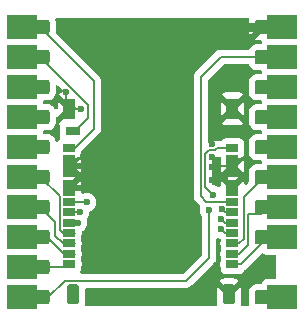
<source format=gtl>
G04 #@! TF.GenerationSoftware,KiCad,Pcbnew,9.0.1+1*
G04 #@! TF.CreationDate,2025-11-11T08:29:41+00:00*
G04 #@! TF.ProjectId,sim-and-sd-card,73696d2d-616e-4642-9d73-642d63617264,rev?*
G04 #@! TF.SameCoordinates,Original*
G04 #@! TF.FileFunction,Copper,L1,Top*
G04 #@! TF.FilePolarity,Positive*
%FSLAX46Y46*%
G04 Gerber Fmt 4.6, Leading zero omitted, Abs format (unit mm)*
G04 Created by KiCad (PCBNEW 9.0.1+1) date 2025-11-11 08:29:41*
%MOMM*%
%LPD*%
G01*
G04 APERTURE LIST*
G04 #@! TA.AperFunction,SMDPad,CuDef*
%ADD10R,1.000000X1.340000*%
G04 #@! TD*
G04 #@! TA.AperFunction,SMDPad,CuDef*
%ADD11R,1.000000X1.940000*%
G04 #@! TD*
G04 #@! TA.AperFunction,SMDPad,CuDef*
%ADD12R,1.000000X1.800000*%
G04 #@! TD*
G04 #@! TA.AperFunction,SMDPad,CuDef*
%ADD13R,1.000000X1.350000*%
G04 #@! TD*
G04 #@! TA.AperFunction,SMDPad,CuDef*
%ADD14R,1.200000X0.700000*%
G04 #@! TD*
G04 #@! TA.AperFunction,SMDPad,CuDef*
%ADD15R,1.000000X0.700000*%
G04 #@! TD*
G04 #@! TA.AperFunction,CastellatedPad*
%ADD16R,2.540000X2.000000*%
G04 #@! TD*
G04 #@! TA.AperFunction,ViaPad*
%ADD17C,0.600000*%
G04 #@! TD*
G04 #@! TA.AperFunction,Conductor*
%ADD18C,0.200000*%
G04 #@! TD*
G04 #@! TA.AperFunction,Conductor*
%ADD19C,0.500000*%
G04 #@! TD*
G04 #@! TA.AperFunction,Conductor*
%ADD20C,0.750000*%
G04 #@! TD*
G04 APERTURE END LIST*
G04 #@! TA.AperFunction,ComponentPad*
G36*
G01*
X51212400Y-59415956D02*
X51212400Y-58060444D01*
G75*
G02*
X51384644Y-57888200I172244J0D01*
G01*
X52090156Y-57888200D01*
G75*
G02*
X52262400Y-58060444I0J-172244D01*
G01*
X52262400Y-59415956D01*
G75*
G02*
X52090156Y-59588200I-172244J0D01*
G01*
X51384644Y-59588200D01*
G75*
G02*
X51212400Y-59415956I0J172244D01*
G01*
G37*
G04 #@! TD.AperFunction*
D10*
X51427400Y-49688200D03*
D11*
X51427400Y-47848200D03*
D12*
X51427400Y-43038200D03*
X65237400Y-43038200D03*
D11*
X65237400Y-47848200D03*
D13*
X65237400Y-49688200D03*
G04 #@! TA.AperFunction,ComponentPad*
G36*
G01*
X65452400Y-58060444D02*
X65452400Y-59415956D01*
G75*
G02*
X65280156Y-59588200I-172244J0D01*
G01*
X64574644Y-59588200D01*
G75*
G02*
X64402400Y-59415956I0J172244D01*
G01*
X64402400Y-58060444D01*
G75*
G02*
X64574644Y-57888200I172244J0D01*
G01*
X65280156Y-57888200D01*
G75*
G02*
X65452400Y-58060444I0J-172244D01*
G01*
G37*
G04 #@! TD.AperFunction*
D14*
X51727400Y-44923200D03*
D15*
X65237400Y-56178200D03*
X65237400Y-55298200D03*
X51427400Y-55298200D03*
X51427400Y-56178200D03*
X65237400Y-52658200D03*
X65237400Y-54418200D03*
X51427400Y-54418200D03*
X51427400Y-52658200D03*
X65237400Y-46338200D03*
X65237400Y-50898200D03*
X65237400Y-51778200D03*
X65237400Y-53538200D03*
X51427400Y-53538200D03*
X51427400Y-51778200D03*
X51427400Y-50898200D03*
X51427400Y-46338200D03*
D16*
X69442800Y-58966800D03*
G04 #@! TA.AperFunction,ComponentPad*
G36*
G01*
X67117800Y-59341800D02*
X67117800Y-58591800D01*
G75*
G02*
X67367800Y-58341800I250000J0D01*
G01*
X68117800Y-58341800D01*
G75*
G02*
X68367800Y-58591800I0J-250000D01*
G01*
X68367800Y-59341800D01*
G75*
G02*
X68117800Y-59591800I-250000J0D01*
G01*
X67367800Y-59591800D01*
G75*
G02*
X67117800Y-59341800I0J250000D01*
G01*
G37*
G04 #@! TD.AperFunction*
X69442800Y-53886800D03*
G04 #@! TA.AperFunction,ComponentPad*
G36*
G01*
X67117800Y-54261800D02*
X67117800Y-53511800D01*
G75*
G02*
X67367800Y-53261800I250000J0D01*
G01*
X68117800Y-53261800D01*
G75*
G02*
X68367800Y-53511800I0J-250000D01*
G01*
X68367800Y-54261800D01*
G75*
G02*
X68117800Y-54511800I-250000J0D01*
G01*
X67367800Y-54511800D01*
G75*
G02*
X67117800Y-54261800I0J250000D01*
G01*
G37*
G04 #@! TD.AperFunction*
X69442800Y-51346800D03*
G04 #@! TA.AperFunction,ComponentPad*
G36*
G01*
X67117800Y-51721800D02*
X67117800Y-50971800D01*
G75*
G02*
X67367800Y-50721800I250000J0D01*
G01*
X68117800Y-50721800D01*
G75*
G02*
X68367800Y-50971800I0J-250000D01*
G01*
X68367800Y-51721800D01*
G75*
G02*
X68117800Y-51971800I-250000J0D01*
G01*
X67367800Y-51971800D01*
G75*
G02*
X67117800Y-51721800I0J250000D01*
G01*
G37*
G04 #@! TD.AperFunction*
X69442800Y-48806800D03*
G04 #@! TA.AperFunction,ComponentPad*
G36*
G01*
X67117800Y-49181800D02*
X67117800Y-48431800D01*
G75*
G02*
X67367800Y-48181800I250000J0D01*
G01*
X68117800Y-48181800D01*
G75*
G02*
X68367800Y-48431800I0J-250000D01*
G01*
X68367800Y-49181800D01*
G75*
G02*
X68117800Y-49431800I-250000J0D01*
G01*
X67367800Y-49431800D01*
G75*
G02*
X67117800Y-49181800I0J250000D01*
G01*
G37*
G04 #@! TD.AperFunction*
X69442800Y-46266800D03*
G04 #@! TA.AperFunction,ComponentPad*
G36*
G01*
X67117800Y-46641800D02*
X67117800Y-45891800D01*
G75*
G02*
X67367800Y-45641800I250000J0D01*
G01*
X68117800Y-45641800D01*
G75*
G02*
X68367800Y-45891800I0J-250000D01*
G01*
X68367800Y-46641800D01*
G75*
G02*
X68117800Y-46891800I-250000J0D01*
G01*
X67367800Y-46891800D01*
G75*
G02*
X67117800Y-46641800I0J250000D01*
G01*
G37*
G04 #@! TD.AperFunction*
X69442800Y-43726800D03*
G04 #@! TA.AperFunction,ComponentPad*
G36*
G01*
X67117800Y-44101800D02*
X67117800Y-43351800D01*
G75*
G02*
X67367800Y-43101800I250000J0D01*
G01*
X68117800Y-43101800D01*
G75*
G02*
X68367800Y-43351800I0J-250000D01*
G01*
X68367800Y-44101800D01*
G75*
G02*
X68117800Y-44351800I-250000J0D01*
G01*
X67367800Y-44351800D01*
G75*
G02*
X67117800Y-44101800I0J250000D01*
G01*
G37*
G04 #@! TD.AperFunction*
X69442800Y-41186800D03*
G04 #@! TA.AperFunction,ComponentPad*
G36*
G01*
X67117800Y-41561800D02*
X67117800Y-40811800D01*
G75*
G02*
X67367800Y-40561800I250000J0D01*
G01*
X68117800Y-40561800D01*
G75*
G02*
X68367800Y-40811800I0J-250000D01*
G01*
X68367800Y-41561800D01*
G75*
G02*
X68117800Y-41811800I-250000J0D01*
G01*
X67367800Y-41811800D01*
G75*
G02*
X67117800Y-41561800I0J250000D01*
G01*
G37*
G04 #@! TD.AperFunction*
X69442800Y-38646800D03*
G04 #@! TA.AperFunction,ComponentPad*
G36*
G01*
X67117800Y-39021800D02*
X67117800Y-38271800D01*
G75*
G02*
X67367800Y-38021800I250000J0D01*
G01*
X68117800Y-38021800D01*
G75*
G02*
X68367800Y-38271800I0J-250000D01*
G01*
X68367800Y-39021800D01*
G75*
G02*
X68117800Y-39271800I-250000J0D01*
G01*
X67367800Y-39271800D01*
G75*
G02*
X67117800Y-39021800I0J250000D01*
G01*
G37*
G04 #@! TD.AperFunction*
X69442800Y-36106800D03*
G04 #@! TA.AperFunction,ComponentPad*
G36*
G01*
X67117800Y-36481800D02*
X67117800Y-35731800D01*
G75*
G02*
X67367800Y-35481800I250000J0D01*
G01*
X68117800Y-35481800D01*
G75*
G02*
X68367800Y-35731800I0J-250000D01*
G01*
X68367800Y-36481800D01*
G75*
G02*
X68117800Y-36731800I-250000J0D01*
G01*
X67367800Y-36731800D01*
G75*
G02*
X67117800Y-36481800I0J250000D01*
G01*
G37*
G04 #@! TD.AperFunction*
G04 #@! TA.AperFunction,ComponentPad*
G36*
G01*
X48517800Y-59341800D02*
X48517800Y-58591800D01*
G75*
G02*
X48767800Y-58341800I250000J0D01*
G01*
X49517800Y-58341800D01*
G75*
G02*
X49767800Y-58591800I0J-250000D01*
G01*
X49767800Y-59341800D01*
G75*
G02*
X49517800Y-59591800I-250000J0D01*
G01*
X48767800Y-59591800D01*
G75*
G02*
X48517800Y-59341800I0J250000D01*
G01*
G37*
G04 #@! TD.AperFunction*
X47442800Y-58966800D03*
G04 #@! TA.AperFunction,ComponentPad*
G36*
G01*
X48517800Y-56801800D02*
X48517800Y-56051800D01*
G75*
G02*
X48767800Y-55801800I250000J0D01*
G01*
X49517800Y-55801800D01*
G75*
G02*
X49767800Y-56051800I0J-250000D01*
G01*
X49767800Y-56801800D01*
G75*
G02*
X49517800Y-57051800I-250000J0D01*
G01*
X48767800Y-57051800D01*
G75*
G02*
X48517800Y-56801800I0J250000D01*
G01*
G37*
G04 #@! TD.AperFunction*
X47442800Y-56426800D03*
G04 #@! TA.AperFunction,ComponentPad*
G36*
G01*
X48517800Y-54261800D02*
X48517800Y-53511800D01*
G75*
G02*
X48767800Y-53261800I250000J0D01*
G01*
X49517800Y-53261800D01*
G75*
G02*
X49767800Y-53511800I0J-250000D01*
G01*
X49767800Y-54261800D01*
G75*
G02*
X49517800Y-54511800I-250000J0D01*
G01*
X48767800Y-54511800D01*
G75*
G02*
X48517800Y-54261800I0J250000D01*
G01*
G37*
G04 #@! TD.AperFunction*
X47442800Y-53886800D03*
G04 #@! TA.AperFunction,ComponentPad*
G36*
G01*
X48517800Y-51721800D02*
X48517800Y-50971800D01*
G75*
G02*
X48767800Y-50721800I250000J0D01*
G01*
X49517800Y-50721800D01*
G75*
G02*
X49767800Y-50971800I0J-250000D01*
G01*
X49767800Y-51721800D01*
G75*
G02*
X49517800Y-51971800I-250000J0D01*
G01*
X48767800Y-51971800D01*
G75*
G02*
X48517800Y-51721800I0J250000D01*
G01*
G37*
G04 #@! TD.AperFunction*
X47442800Y-51346800D03*
G04 #@! TA.AperFunction,ComponentPad*
G36*
G01*
X48517800Y-49181800D02*
X48517800Y-48431800D01*
G75*
G02*
X48767800Y-48181800I250000J0D01*
G01*
X49517800Y-48181800D01*
G75*
G02*
X49767800Y-48431800I0J-250000D01*
G01*
X49767800Y-49181800D01*
G75*
G02*
X49517800Y-49431800I-250000J0D01*
G01*
X48767800Y-49431800D01*
G75*
G02*
X48517800Y-49181800I0J250000D01*
G01*
G37*
G04 #@! TD.AperFunction*
X47442800Y-48806800D03*
G04 #@! TA.AperFunction,ComponentPad*
G36*
G01*
X48517800Y-46641800D02*
X48517800Y-45891800D01*
G75*
G02*
X48767800Y-45641800I250000J0D01*
G01*
X49517800Y-45641800D01*
G75*
G02*
X49767800Y-45891800I0J-250000D01*
G01*
X49767800Y-46641800D01*
G75*
G02*
X49517800Y-46891800I-250000J0D01*
G01*
X48767800Y-46891800D01*
G75*
G02*
X48517800Y-46641800I0J250000D01*
G01*
G37*
G04 #@! TD.AperFunction*
X47442800Y-46266800D03*
G04 #@! TA.AperFunction,ComponentPad*
G36*
G01*
X48517800Y-44101800D02*
X48517800Y-43351800D01*
G75*
G02*
X48767800Y-43101800I250000J0D01*
G01*
X49517800Y-43101800D01*
G75*
G02*
X49767800Y-43351800I0J-250000D01*
G01*
X49767800Y-44101800D01*
G75*
G02*
X49517800Y-44351800I-250000J0D01*
G01*
X48767800Y-44351800D01*
G75*
G02*
X48517800Y-44101800I0J250000D01*
G01*
G37*
G04 #@! TD.AperFunction*
X47442800Y-43726800D03*
G04 #@! TA.AperFunction,ComponentPad*
G36*
G01*
X48517800Y-41561800D02*
X48517800Y-40811800D01*
G75*
G02*
X48767800Y-40561800I250000J0D01*
G01*
X49517800Y-40561800D01*
G75*
G02*
X49767800Y-40811800I0J-250000D01*
G01*
X49767800Y-41561800D01*
G75*
G02*
X49517800Y-41811800I-250000J0D01*
G01*
X48767800Y-41811800D01*
G75*
G02*
X48517800Y-41561800I0J250000D01*
G01*
G37*
G04 #@! TD.AperFunction*
X47442800Y-41186800D03*
G04 #@! TA.AperFunction,ComponentPad*
G36*
G01*
X48517800Y-39021800D02*
X48517800Y-38271800D01*
G75*
G02*
X48767800Y-38021800I250000J0D01*
G01*
X49517800Y-38021800D01*
G75*
G02*
X49767800Y-38271800I0J-250000D01*
G01*
X49767800Y-39021800D01*
G75*
G02*
X49517800Y-39271800I-250000J0D01*
G01*
X48767800Y-39271800D01*
G75*
G02*
X48517800Y-39021800I0J250000D01*
G01*
G37*
G04 #@! TD.AperFunction*
X47442800Y-38646800D03*
G04 #@! TA.AperFunction,ComponentPad*
G36*
G01*
X48517800Y-36481800D02*
X48517800Y-35731800D01*
G75*
G02*
X48767800Y-35481800I250000J0D01*
G01*
X49517800Y-35481800D01*
G75*
G02*
X49767800Y-35731800I0J-250000D01*
G01*
X49767800Y-36481800D01*
G75*
G02*
X49517800Y-36731800I-250000J0D01*
G01*
X48767800Y-36731800D01*
G75*
G02*
X48517800Y-36481800I0J250000D01*
G01*
G37*
G04 #@! TD.AperFunction*
X47442800Y-36106800D03*
D17*
X52316000Y-51778600D03*
X63593600Y-50298200D03*
X63263400Y-51600800D03*
X52138200Y-52667600D03*
X51107420Y-41633380D03*
X63472200Y-49060800D03*
X63517400Y-45987400D03*
X65117600Y-37427600D03*
X63472200Y-47945480D03*
X63472200Y-47107400D03*
X52416400Y-43015600D03*
X64279480Y-53208975D03*
X64286884Y-52345080D03*
X64336204Y-51546601D03*
X52916000Y-50940400D03*
D18*
X51877400Y-56178200D02*
X51628800Y-56426800D01*
X51628800Y-56426800D02*
X48642800Y-56426800D01*
X51877400Y-51778200D02*
X52315600Y-51778200D01*
X52315600Y-51778200D02*
X52316000Y-51778600D01*
X49649000Y-58966800D02*
X48642800Y-58966800D01*
X61314600Y-57588200D02*
X51027600Y-57588200D01*
X48633000Y-58966800D02*
X48903000Y-58966800D01*
X51027600Y-57588200D02*
X49649000Y-58966800D01*
X64787400Y-46338200D02*
X63958560Y-46338200D01*
X63236800Y-46547400D02*
X62912200Y-46872000D01*
X63263400Y-51600800D02*
X63263400Y-55639400D01*
X63263400Y-55639400D02*
X61314600Y-57588200D01*
X63958560Y-46338200D02*
X63749360Y-46547400D01*
X62912200Y-46872000D02*
X62912200Y-49616800D01*
X62912200Y-49616800D02*
X63593600Y-50298200D01*
X63749360Y-46547400D02*
X63236800Y-46547400D01*
X49572800Y-53886800D02*
X48642800Y-53886800D01*
X50984200Y-55298200D02*
X49572800Y-53886800D01*
X51877400Y-55298200D02*
X50984200Y-55298200D01*
X51392200Y-52658200D02*
X51300000Y-52566000D01*
X51877400Y-52658200D02*
X51392200Y-52658200D01*
X52128800Y-52658200D02*
X52138200Y-52667600D01*
X51877400Y-52658200D02*
X52128800Y-52658200D01*
D19*
X51877400Y-49688200D02*
X52918000Y-49688200D01*
D18*
X64787400Y-47848200D02*
X63569480Y-47848200D01*
D19*
X53027200Y-47841600D02*
X53020600Y-47848200D01*
D18*
X63569480Y-47848200D02*
X63472200Y-47945480D01*
X64787400Y-47848200D02*
X64213000Y-47848200D01*
D19*
X51877400Y-47848200D02*
X53020600Y-47848200D01*
D20*
X65117600Y-36828606D02*
X65117600Y-37427600D01*
D18*
X64787400Y-49518000D02*
X64685800Y-49416400D01*
X64330200Y-49060800D02*
X63472200Y-49060800D01*
X64787400Y-47848200D02*
X64787400Y-49688200D01*
X51877400Y-43038200D02*
X51877400Y-42983400D01*
X51877400Y-42983400D02*
X51107420Y-42213420D01*
X64685800Y-49416400D02*
X64330200Y-49060800D01*
X51877400Y-42983400D02*
X51782600Y-42888600D01*
X52393800Y-43038200D02*
X52416400Y-43015600D01*
D20*
X65839406Y-36106800D02*
X65117600Y-36828606D01*
D18*
X64787400Y-49688200D02*
X64787400Y-49518000D01*
X51107420Y-42213420D02*
X51107420Y-41633380D01*
D20*
X68233000Y-36106800D02*
X65839406Y-36106800D01*
D18*
X64213000Y-47848200D02*
X63472200Y-47107400D01*
D19*
X52918000Y-49688200D02*
X52925600Y-49695800D01*
D18*
X51877400Y-43038200D02*
X52393800Y-43038200D01*
X48912800Y-36106800D02*
X53509800Y-40703800D01*
X48642800Y-36106800D02*
X48912800Y-36106800D01*
X53509800Y-40703800D02*
X53509800Y-44705800D01*
X53509800Y-44705800D02*
X51877400Y-46338200D01*
X63018000Y-50898200D02*
X62552200Y-50432400D01*
X62552200Y-50432400D02*
X62552200Y-40348600D01*
X64254000Y-38646800D02*
X68233000Y-38646800D01*
X62552200Y-40348600D02*
X64254000Y-38646800D01*
X64787400Y-50898200D02*
X63018000Y-50898200D01*
X64787400Y-53538200D02*
X64608705Y-53538200D01*
X64608705Y-53538200D02*
X64279480Y-53208975D01*
X64787400Y-56178200D02*
X65951400Y-56178200D01*
X65951400Y-56178200D02*
X68242800Y-53886800D01*
X50612800Y-53293600D02*
X50612800Y-50446800D01*
X51877400Y-53538200D02*
X50857400Y-53538200D01*
X50857400Y-53538200D02*
X50612800Y-53293600D01*
X50612800Y-50446800D02*
X48972800Y-48806800D01*
X48972800Y-48806800D02*
X48642800Y-48806800D01*
X64787400Y-52658200D02*
X64600004Y-52658200D01*
X64600004Y-52658200D02*
X64286884Y-52345080D01*
X66190800Y-54034800D02*
X66190800Y-50519000D01*
X64787400Y-54418200D02*
X65807400Y-54418200D01*
X67903000Y-48806800D02*
X68233000Y-48806800D01*
X66190800Y-50519000D02*
X67903000Y-48806800D01*
X65807400Y-54418200D02*
X66190800Y-54034800D01*
X66590800Y-51931000D02*
X67648800Y-51931000D01*
X67648800Y-51931000D02*
X68233000Y-51346800D01*
X66590800Y-54514800D02*
X66590800Y-51931000D01*
X64787400Y-55298200D02*
X65807400Y-55298200D01*
X65807400Y-55298200D02*
X66590800Y-54514800D01*
X52976400Y-43824200D02*
X52976400Y-42710400D01*
X52976400Y-42710400D02*
X48912800Y-38646800D01*
X51877400Y-44923200D02*
X52976400Y-43824200D01*
X48912800Y-38646800D02*
X48642800Y-38646800D01*
X64787400Y-51778200D02*
X65015600Y-51778200D01*
X64593603Y-51804000D02*
X64336204Y-51546601D01*
X65015600Y-51778200D02*
X65041400Y-51804000D01*
X65041400Y-51804000D02*
X64593603Y-51804000D01*
X50857400Y-54418200D02*
X50212800Y-53773600D01*
X51877400Y-54418200D02*
X50857400Y-54418200D01*
X48912800Y-51346800D02*
X48642800Y-51346800D01*
X50212800Y-52646800D02*
X48912800Y-51346800D01*
X50212800Y-53773600D02*
X50212800Y-52646800D01*
X51877400Y-50898200D02*
X51588000Y-50898200D01*
X51877400Y-50898200D02*
X52873800Y-50898200D01*
X52873800Y-50898200D02*
X52916000Y-50940400D01*
X51588000Y-50898200D02*
X51503200Y-50813400D01*
G04 #@! TA.AperFunction,Conductor*
G36*
X64004121Y-53966335D02*
G01*
X64005547Y-53966131D01*
X64035352Y-53974308D01*
X64045983Y-53978712D01*
X64092902Y-53988045D01*
X64137091Y-53996835D01*
X64199002Y-54029220D01*
X64233576Y-54089935D01*
X64236900Y-54118452D01*
X64236900Y-54139836D01*
X64229233Y-54178380D01*
X64229926Y-54178566D01*
X64186900Y-54339143D01*
X64186900Y-54497256D01*
X64229650Y-54656807D01*
X64231020Y-54658831D01*
X64235260Y-54686041D01*
X64236865Y-54693638D01*
X64236900Y-54695129D01*
X64236901Y-54816072D01*
X64240556Y-54850081D01*
X64240679Y-54855271D01*
X64240004Y-54857788D01*
X64240004Y-54871449D01*
X64236900Y-54900322D01*
X64236900Y-55019836D01*
X64229233Y-55058380D01*
X64229926Y-55058566D01*
X64203605Y-55156800D01*
X64186900Y-55219143D01*
X64186900Y-55377257D01*
X64189591Y-55387299D01*
X64229650Y-55536807D01*
X64231020Y-55538831D01*
X64235260Y-55566041D01*
X64236865Y-55573638D01*
X64236900Y-55575129D01*
X64236901Y-55696072D01*
X64240556Y-55730081D01*
X64240679Y-55735271D01*
X64240004Y-55737788D01*
X64240004Y-55751449D01*
X64236900Y-55780322D01*
X64236900Y-55899836D01*
X64229233Y-55938380D01*
X64229926Y-55938566D01*
X64211290Y-56008117D01*
X64186900Y-56099143D01*
X64186900Y-56257257D01*
X64204231Y-56321939D01*
X64229926Y-56417834D01*
X64229232Y-56418019D01*
X64236900Y-56456562D01*
X64236900Y-56576069D01*
X64236901Y-56576076D01*
X64243308Y-56635683D01*
X64293602Y-56770528D01*
X64293606Y-56770535D01*
X64379852Y-56885744D01*
X64379855Y-56885747D01*
X64495064Y-56971993D01*
X64495071Y-56971997D01*
X64629917Y-57022291D01*
X64629916Y-57022291D01*
X64636844Y-57023035D01*
X64689527Y-57028700D01*
X65785272Y-57028699D01*
X65844883Y-57022291D01*
X65979731Y-56971996D01*
X66094946Y-56885746D01*
X66181196Y-56770531D01*
X66181197Y-56770525D01*
X66185446Y-56762748D01*
X66186961Y-56763575D01*
X66222506Y-56716087D01*
X66234822Y-56707962D01*
X66320116Y-56658720D01*
X66431920Y-56546916D01*
X66431920Y-56546914D01*
X66442128Y-56536707D01*
X66442130Y-56536704D01*
X67693090Y-55285743D01*
X67754411Y-55252260D01*
X67824103Y-55257244D01*
X67855078Y-55274158D01*
X67930468Y-55330595D01*
X67930471Y-55330597D01*
X68065317Y-55380891D01*
X68065316Y-55380891D01*
X68072244Y-55381635D01*
X68124927Y-55387300D01*
X68818300Y-55387299D01*
X68885339Y-55406983D01*
X68931094Y-55459787D01*
X68942300Y-55511299D01*
X68942300Y-57342300D01*
X68922615Y-57409339D01*
X68869811Y-57455094D01*
X68818300Y-57466300D01*
X68124929Y-57466300D01*
X68124923Y-57466301D01*
X68065316Y-57472708D01*
X67930471Y-57523002D01*
X67930464Y-57523006D01*
X67815255Y-57609252D01*
X67815252Y-57609255D01*
X67729005Y-57724465D01*
X67715514Y-57760636D01*
X67673641Y-57816569D01*
X67608176Y-57840984D01*
X67599333Y-57841300D01*
X67317799Y-57841300D01*
X67317780Y-57841301D01*
X67215003Y-57851800D01*
X67215000Y-57851801D01*
X67048468Y-57906985D01*
X67048463Y-57906987D01*
X66899142Y-57999089D01*
X66775089Y-58123142D01*
X66682987Y-58272463D01*
X66682986Y-58272466D01*
X66627801Y-58439003D01*
X66627801Y-58439004D01*
X66627800Y-58439004D01*
X66617300Y-58541783D01*
X66617300Y-59391801D01*
X66617301Y-59391819D01*
X66627800Y-59494596D01*
X66627801Y-59494599D01*
X66653879Y-59573296D01*
X66656281Y-59643124D01*
X66620549Y-59703166D01*
X66558029Y-59734359D01*
X66536173Y-59736300D01*
X66052979Y-59736300D01*
X65985940Y-59716615D01*
X65940185Y-59663811D01*
X65930241Y-59594653D01*
X65934594Y-59575409D01*
X65946244Y-59538020D01*
X65952399Y-59470283D01*
X65952399Y-58066752D01*
X65952398Y-58066751D01*
X65191856Y-58827294D01*
X65130533Y-58860779D01*
X65060841Y-58855795D01*
X65016494Y-58827294D01*
X64987400Y-58798200D01*
X64987400Y-58324648D01*
X65741228Y-57570820D01*
X65697785Y-57527377D01*
X65697780Y-57527373D01*
X65558081Y-57442923D01*
X65558074Y-57442920D01*
X65402221Y-57394355D01*
X65402223Y-57394355D01*
X65334483Y-57388200D01*
X64520305Y-57388200D01*
X64452585Y-57394353D01*
X64452578Y-57394355D01*
X64296725Y-57442920D01*
X64296718Y-57442923D01*
X64157019Y-57527373D01*
X64157014Y-57527377D01*
X64113572Y-57570820D01*
X64667754Y-58125002D01*
X64617848Y-58174909D01*
X64587400Y-58248418D01*
X64587400Y-58751752D01*
X63902400Y-58066752D01*
X63902400Y-59470294D01*
X63908553Y-59538014D01*
X63908554Y-59538018D01*
X63920206Y-59575409D01*
X63921358Y-59645269D01*
X63884557Y-59704662D01*
X63821488Y-59734730D01*
X63801821Y-59736300D01*
X52862979Y-59736300D01*
X52795940Y-59716615D01*
X52750185Y-59663811D01*
X52740241Y-59594653D01*
X52744594Y-59575409D01*
X52756244Y-59538020D01*
X52762399Y-59470283D01*
X52762399Y-58312700D01*
X52782084Y-58245661D01*
X52834887Y-58199906D01*
X52886399Y-58188700D01*
X61227931Y-58188700D01*
X61227947Y-58188701D01*
X61235543Y-58188701D01*
X61393654Y-58188701D01*
X61393657Y-58188701D01*
X61546385Y-58147777D01*
X61596504Y-58118839D01*
X61683316Y-58068720D01*
X61795120Y-57956916D01*
X61795120Y-57956914D01*
X61805328Y-57946707D01*
X61805330Y-57946704D01*
X63621906Y-56130128D01*
X63621911Y-56130124D01*
X63632114Y-56119920D01*
X63632116Y-56119920D01*
X63743920Y-56008116D01*
X63822977Y-55871184D01*
X63860146Y-55732466D01*
X63863900Y-55718458D01*
X63863900Y-55560343D01*
X63863900Y-54088869D01*
X63873145Y-54057383D01*
X63881261Y-54025592D01*
X63882939Y-54024029D01*
X63883585Y-54021830D01*
X63908379Y-54000345D01*
X63932400Y-53977983D01*
X63934656Y-53977575D01*
X63936389Y-53976075D01*
X63968865Y-53971405D01*
X64001160Y-53965580D01*
X64004121Y-53966335D01*
G37*
G04 #@! TD.AperFunction*
G04 #@! TA.AperFunction,Conductor*
G36*
X66564023Y-35345323D02*
G01*
X66592058Y-35350343D01*
X66597116Y-35355040D01*
X66603739Y-35356985D01*
X66622386Y-35378504D01*
X66643258Y-35397886D01*
X66644974Y-35404572D01*
X66649494Y-35409789D01*
X66653546Y-35437974D01*
X66660627Y-35465562D01*
X66658900Y-35475206D01*
X66659438Y-35478947D01*
X66654406Y-35500304D01*
X66628294Y-35579102D01*
X66628293Y-35579109D01*
X66617800Y-35681813D01*
X66617800Y-36531771D01*
X66617801Y-36531787D01*
X66628294Y-36634497D01*
X66683441Y-36800919D01*
X66683443Y-36800924D01*
X66687899Y-36808147D01*
X67367800Y-36128246D01*
X67367800Y-36156170D01*
X67393356Y-36251545D01*
X67442725Y-36337055D01*
X67512545Y-36406875D01*
X67598055Y-36456244D01*
X67693430Y-36481800D01*
X67721350Y-36481800D01*
X67041450Y-37161700D01*
X67048675Y-37166157D01*
X67215102Y-37221305D01*
X67215109Y-37221306D01*
X67317819Y-37231799D01*
X67599679Y-37231799D01*
X67620925Y-37238037D01*
X67643009Y-37239616D01*
X67653792Y-37247687D01*
X67666718Y-37251483D01*
X67681218Y-37268217D01*
X67698944Y-37281486D01*
X67709557Y-37300922D01*
X67712473Y-37304287D01*
X67715859Y-37312462D01*
X67723426Y-37332748D01*
X67728413Y-37402439D01*
X67723427Y-37419420D01*
X67715514Y-37440635D01*
X67673643Y-37496568D01*
X67608178Y-37520984D01*
X67599333Y-37521300D01*
X67317799Y-37521300D01*
X67317780Y-37521301D01*
X67215003Y-37531800D01*
X67215000Y-37531801D01*
X67048468Y-37586985D01*
X67048463Y-37586987D01*
X66899142Y-37679089D01*
X66775089Y-37803142D01*
X66682985Y-37952467D01*
X66680056Y-37961307D01*
X66640282Y-38018751D01*
X66575765Y-38045572D01*
X66562351Y-38046300D01*
X64340670Y-38046300D01*
X64340654Y-38046299D01*
X64333058Y-38046299D01*
X64174943Y-38046299D01*
X64098579Y-38066761D01*
X64022214Y-38087223D01*
X64022209Y-38087226D01*
X63885290Y-38166275D01*
X63885282Y-38166281D01*
X62071679Y-39979884D01*
X62052187Y-40013645D01*
X62043949Y-40027916D01*
X61992623Y-40116815D01*
X61951699Y-40269543D01*
X61951699Y-40269545D01*
X61951699Y-40437646D01*
X61951700Y-40437659D01*
X61951700Y-50345730D01*
X61951699Y-50345748D01*
X61951699Y-50511454D01*
X61951698Y-50511454D01*
X61951699Y-50511457D01*
X61992623Y-50664185D01*
X61992624Y-50664186D01*
X62008332Y-50691395D01*
X62008333Y-50691396D01*
X62071675Y-50801109D01*
X62071681Y-50801117D01*
X62477312Y-51206748D01*
X62510797Y-51268071D01*
X62505813Y-51337763D01*
X62504194Y-51341878D01*
X62493662Y-51367306D01*
X62493660Y-51367311D01*
X62462900Y-51521953D01*
X62462900Y-51679646D01*
X62493661Y-51834289D01*
X62493664Y-51834301D01*
X62554002Y-51979972D01*
X62554009Y-51979985D01*
X62642002Y-52111674D01*
X62662880Y-52178351D01*
X62662900Y-52180565D01*
X62662900Y-55339303D01*
X62643215Y-55406342D01*
X62626581Y-55426984D01*
X61102184Y-56951381D01*
X61040861Y-56984866D01*
X61014503Y-56987700D01*
X52456346Y-56987700D01*
X52389307Y-56968015D01*
X52343552Y-56915211D01*
X52333608Y-56846053D01*
X52357079Y-56789389D01*
X52358445Y-56787563D01*
X52371196Y-56770531D01*
X52421491Y-56635683D01*
X52427900Y-56576073D01*
X52427899Y-56456563D01*
X52435566Y-56418023D01*
X52434872Y-56417837D01*
X52436976Y-56409984D01*
X52477900Y-56257258D01*
X52477900Y-56099143D01*
X52436976Y-55946416D01*
X52436974Y-55946413D01*
X52435146Y-55939590D01*
X52433779Y-55937569D01*
X52429540Y-55910369D01*
X52427934Y-55902763D01*
X52427899Y-55901280D01*
X52427899Y-55780328D01*
X52424241Y-55746305D01*
X52424119Y-55741124D01*
X52424795Y-55738603D01*
X52424795Y-55724948D01*
X52427900Y-55696073D01*
X52427899Y-55576563D01*
X52435567Y-55538021D01*
X52434873Y-55537836D01*
X52436977Y-55529984D01*
X52477900Y-55377257D01*
X52477900Y-55219143D01*
X52436977Y-55066416D01*
X52436975Y-55066412D01*
X52435147Y-55059590D01*
X52433779Y-55057567D01*
X52429540Y-55030366D01*
X52427934Y-55022761D01*
X52427899Y-55021278D01*
X52427899Y-54900328D01*
X52424241Y-54866305D01*
X52424119Y-54861124D01*
X52424795Y-54858603D01*
X52424795Y-54844948D01*
X52427900Y-54816073D01*
X52427899Y-54696563D01*
X52435567Y-54658021D01*
X52434873Y-54657836D01*
X52436977Y-54649984D01*
X52477900Y-54497257D01*
X52477900Y-54339143D01*
X52436977Y-54186416D01*
X52436975Y-54186412D01*
X52435147Y-54179590D01*
X52433779Y-54177567D01*
X52429540Y-54150366D01*
X52427934Y-54142761D01*
X52427899Y-54141278D01*
X52427899Y-54020328D01*
X52424241Y-53986305D01*
X52424119Y-53981124D01*
X52424795Y-53978603D01*
X52424795Y-53964948D01*
X52427900Y-53936073D01*
X52427899Y-53816563D01*
X52435567Y-53778021D01*
X52434873Y-53777836D01*
X52436977Y-53769984D01*
X52477900Y-53617257D01*
X52477900Y-53469652D01*
X52497585Y-53402613D01*
X52533010Y-53366550D01*
X52588197Y-53329674D01*
X52648489Y-53289389D01*
X52759989Y-53177889D01*
X52847594Y-53046779D01*
X52907937Y-52901097D01*
X52938700Y-52746442D01*
X52938700Y-52588758D01*
X52938700Y-52588755D01*
X52938699Y-52588753D01*
X52927311Y-52531501D01*
X52907937Y-52434103D01*
X52905857Y-52429083D01*
X52898384Y-52359617D01*
X52929654Y-52297135D01*
X52932685Y-52293992D01*
X52937789Y-52288889D01*
X53025394Y-52157779D01*
X53085737Y-52012097D01*
X53116500Y-51857442D01*
X53116500Y-51806659D01*
X53136185Y-51739620D01*
X53188989Y-51693865D01*
X53193048Y-51692098D01*
X53295172Y-51649797D01*
X53295172Y-51649796D01*
X53295179Y-51649794D01*
X53426289Y-51562189D01*
X53537789Y-51450689D01*
X53625394Y-51319579D01*
X53685737Y-51173897D01*
X53716500Y-51019242D01*
X53716500Y-50861558D01*
X53716500Y-50861555D01*
X53716499Y-50861553D01*
X53685738Y-50706910D01*
X53685737Y-50706903D01*
X53679314Y-50691396D01*
X53625397Y-50561227D01*
X53625390Y-50561214D01*
X53537789Y-50430111D01*
X53537786Y-50430107D01*
X53426292Y-50318613D01*
X53426288Y-50318610D01*
X53295185Y-50231009D01*
X53295172Y-50231002D01*
X53149501Y-50170664D01*
X53149489Y-50170661D01*
X52994845Y-50139900D01*
X52994842Y-50139900D01*
X52837158Y-50139900D01*
X52837155Y-50139900D01*
X52682510Y-50170661D01*
X52682503Y-50170663D01*
X52598851Y-50205312D01*
X52529382Y-50212780D01*
X52466903Y-50181504D01*
X52431251Y-50121415D01*
X52427400Y-50090750D01*
X52427400Y-49108200D01*
X52416636Y-49103741D01*
X52388843Y-49118918D01*
X52362485Y-49121752D01*
X52347400Y-49121752D01*
X51691857Y-49777295D01*
X51630534Y-49810780D01*
X51560842Y-49805796D01*
X51516495Y-49777295D01*
X51338305Y-49599105D01*
X51304820Y-49537782D01*
X51309804Y-49468090D01*
X51338305Y-49423743D01*
X51993848Y-48768200D01*
X51338305Y-48112657D01*
X51304820Y-48051334D01*
X51309804Y-47981642D01*
X51338305Y-47937295D01*
X51427400Y-47848200D01*
X51338304Y-47759104D01*
X51304819Y-47697781D01*
X51309803Y-47628089D01*
X51338304Y-47583742D01*
X51697029Y-47225018D01*
X51758352Y-47191533D01*
X51784708Y-47188699D01*
X51975272Y-47188699D01*
X52034883Y-47182291D01*
X52157846Y-47136428D01*
X52227535Y-47131445D01*
X52288858Y-47164930D01*
X52322343Y-47226253D01*
X52317359Y-47295944D01*
X52288858Y-47340292D01*
X51780952Y-47848199D01*
X51780952Y-47848200D01*
X52347400Y-48414648D01*
X52362485Y-48414648D01*
X52419616Y-48431423D01*
X52427400Y-48428199D01*
X52427400Y-47201752D01*
X52376993Y-47180873D01*
X52322590Y-47137032D01*
X52300525Y-47070738D01*
X52317804Y-47003039D01*
X52325180Y-46992001D01*
X52371193Y-46930535D01*
X52371192Y-46930535D01*
X52371196Y-46930531D01*
X52421491Y-46795683D01*
X52427900Y-46736073D01*
X52427899Y-46688296D01*
X52447582Y-46621259D01*
X52464213Y-46600620D01*
X53868306Y-45196528D01*
X53868311Y-45196524D01*
X53878514Y-45186320D01*
X53878516Y-45186320D01*
X53990320Y-45074516D01*
X54046447Y-44977300D01*
X54069377Y-44937585D01*
X54110300Y-44784858D01*
X54110300Y-44626743D01*
X54110300Y-40792860D01*
X54110301Y-40792847D01*
X54110301Y-40624744D01*
X54074857Y-40492468D01*
X54069377Y-40472016D01*
X54043767Y-40427657D01*
X53990324Y-40335090D01*
X53990318Y-40335082D01*
X52153338Y-38498102D01*
X50302432Y-36647197D01*
X50268948Y-36585875D01*
X50266757Y-36546908D01*
X50268299Y-36531820D01*
X50268299Y-36531818D01*
X50268300Y-36531809D01*
X50268299Y-35681792D01*
X50257799Y-35579003D01*
X50257318Y-35577553D01*
X50231721Y-35500304D01*
X50229319Y-35430476D01*
X50265051Y-35370434D01*
X50327571Y-35339241D01*
X50349427Y-35337300D01*
X66536700Y-35337300D01*
X66564023Y-35345323D01*
G37*
G04 #@! TD.AperFunction*
G04 #@! TA.AperFunction,Conductor*
G36*
X66585727Y-39254164D02*
G01*
X66609951Y-39256800D01*
X66618655Y-39263832D01*
X66629390Y-39266985D01*
X66645343Y-39285396D01*
X66664298Y-39300711D01*
X66672014Y-39316176D01*
X66675145Y-39319789D01*
X66680056Y-39332293D01*
X66682986Y-39341134D01*
X66775088Y-39490456D01*
X66899144Y-39614512D01*
X67048466Y-39706614D01*
X67215003Y-39761799D01*
X67317791Y-39772300D01*
X67599333Y-39772299D01*
X67620579Y-39778537D01*
X67642662Y-39780116D01*
X67653444Y-39788187D01*
X67666372Y-39791983D01*
X67680873Y-39808718D01*
X67698597Y-39821985D01*
X67709212Y-39841423D01*
X67712127Y-39844787D01*
X67715513Y-39852961D01*
X67723160Y-39873462D01*
X67728147Y-39943152D01*
X67723161Y-39960135D01*
X67715514Y-39980636D01*
X67673641Y-40036569D01*
X67608176Y-40060984D01*
X67599333Y-40061300D01*
X67317799Y-40061300D01*
X67317780Y-40061301D01*
X67215003Y-40071800D01*
X67215000Y-40071801D01*
X67048468Y-40126985D01*
X67048463Y-40126987D01*
X66899142Y-40219089D01*
X66775089Y-40343142D01*
X66682987Y-40492463D01*
X66682986Y-40492466D01*
X66627801Y-40659003D01*
X66627801Y-40659004D01*
X66627800Y-40659004D01*
X66617300Y-40761783D01*
X66617300Y-41611801D01*
X66617301Y-41611819D01*
X66627800Y-41714596D01*
X66627801Y-41714599D01*
X66649809Y-41781013D01*
X66682986Y-41881134D01*
X66775088Y-42030456D01*
X66899144Y-42154512D01*
X67048466Y-42246614D01*
X67215003Y-42301799D01*
X67317791Y-42312300D01*
X67599333Y-42312299D01*
X67620579Y-42318537D01*
X67642662Y-42320116D01*
X67653444Y-42328187D01*
X67666372Y-42331983D01*
X67680873Y-42348718D01*
X67698597Y-42361985D01*
X67709212Y-42381423D01*
X67712127Y-42384787D01*
X67715513Y-42392961D01*
X67723160Y-42413462D01*
X67728147Y-42483152D01*
X67723161Y-42500135D01*
X67715514Y-42520636D01*
X67673641Y-42576569D01*
X67608176Y-42600984D01*
X67599333Y-42601300D01*
X67317799Y-42601300D01*
X67317780Y-42601301D01*
X67215003Y-42611800D01*
X67215000Y-42611801D01*
X67048468Y-42666985D01*
X67048463Y-42666987D01*
X66899142Y-42759089D01*
X66775089Y-42883142D01*
X66682987Y-43032463D01*
X66682986Y-43032466D01*
X66627801Y-43199003D01*
X66627801Y-43199004D01*
X66627800Y-43199004D01*
X66617300Y-43301783D01*
X66617300Y-44151801D01*
X66617301Y-44151819D01*
X66627800Y-44254596D01*
X66627801Y-44254599D01*
X66682985Y-44421131D01*
X66682987Y-44421136D01*
X66693512Y-44438199D01*
X66775088Y-44570456D01*
X66899144Y-44694512D01*
X67048466Y-44786614D01*
X67215003Y-44841799D01*
X67317791Y-44852300D01*
X67599333Y-44852299D01*
X67620579Y-44858537D01*
X67642662Y-44860116D01*
X67653444Y-44868187D01*
X67666372Y-44871983D01*
X67680873Y-44888718D01*
X67698597Y-44901985D01*
X67709212Y-44921423D01*
X67712127Y-44924787D01*
X67715513Y-44932961D01*
X67723160Y-44953462D01*
X67728147Y-45023152D01*
X67723161Y-45040135D01*
X67715514Y-45060636D01*
X67673641Y-45116569D01*
X67608176Y-45140984D01*
X67599333Y-45141300D01*
X67317799Y-45141300D01*
X67317780Y-45141301D01*
X67215003Y-45151800D01*
X67215000Y-45151801D01*
X67048468Y-45206985D01*
X67048463Y-45206987D01*
X66899142Y-45299089D01*
X66775089Y-45423142D01*
X66682987Y-45572463D01*
X66682986Y-45572466D01*
X66627801Y-45739003D01*
X66627801Y-45739004D01*
X66627800Y-45739004D01*
X66617300Y-45841783D01*
X66617300Y-46691801D01*
X66617301Y-46691819D01*
X66627800Y-46794596D01*
X66627801Y-46794599D01*
X66666337Y-46910892D01*
X66682986Y-46961134D01*
X66775088Y-47110456D01*
X66899144Y-47234512D01*
X67048466Y-47326614D01*
X67215003Y-47381799D01*
X67317791Y-47392300D01*
X67599333Y-47392299D01*
X67620579Y-47398537D01*
X67642662Y-47400116D01*
X67653444Y-47408187D01*
X67666372Y-47411983D01*
X67680873Y-47428718D01*
X67698597Y-47441985D01*
X67709212Y-47461423D01*
X67712127Y-47464787D01*
X67715513Y-47472961D01*
X67723160Y-47493462D01*
X67728147Y-47563152D01*
X67723161Y-47580133D01*
X67720650Y-47586865D01*
X67715514Y-47600636D01*
X67673641Y-47656569D01*
X67608176Y-47680984D01*
X67599333Y-47681300D01*
X67317799Y-47681300D01*
X67317780Y-47681301D01*
X67215003Y-47691800D01*
X67215000Y-47691801D01*
X67048468Y-47746985D01*
X67048463Y-47746987D01*
X66899142Y-47839089D01*
X66775089Y-47963142D01*
X66682987Y-48112463D01*
X66682985Y-48112468D01*
X66676057Y-48133376D01*
X66627801Y-48279003D01*
X66627801Y-48279004D01*
X66627800Y-48279004D01*
X66617300Y-48381783D01*
X66617300Y-49191901D01*
X66608654Y-49221344D01*
X66602132Y-49251327D01*
X66598377Y-49256342D01*
X66597615Y-49258940D01*
X66580982Y-49279582D01*
X66449079Y-49411484D01*
X66387759Y-49444968D01*
X66318067Y-49439984D01*
X66262133Y-49398113D01*
X66237716Y-49332649D01*
X66237400Y-49323802D01*
X66237400Y-49108200D01*
X66226636Y-49103741D01*
X66198843Y-49118918D01*
X66172485Y-49121752D01*
X66157400Y-49121752D01*
X65501857Y-49777295D01*
X65440534Y-49810780D01*
X65370842Y-49805796D01*
X65326495Y-49777295D01*
X65237400Y-49688200D01*
X65148305Y-49777295D01*
X65086982Y-49810780D01*
X65017290Y-49805796D01*
X64972943Y-49777295D01*
X64317400Y-49121752D01*
X64302315Y-49121752D01*
X64245183Y-49104976D01*
X64237400Y-49108200D01*
X64237400Y-49533632D01*
X64217715Y-49600671D01*
X64164911Y-49646426D01*
X64095753Y-49656370D01*
X64044509Y-49636734D01*
X63972785Y-49588809D01*
X63972772Y-49588802D01*
X63827101Y-49528464D01*
X63827091Y-49528461D01*
X63671749Y-49497561D01*
X63654992Y-49488795D01*
X63636514Y-49484776D01*
X63611477Y-49466033D01*
X63609838Y-49465176D01*
X63608260Y-49463625D01*
X63549019Y-49404384D01*
X63515534Y-49343061D01*
X63512700Y-49316703D01*
X63512700Y-48768200D01*
X64670952Y-48768200D01*
X65237400Y-49334648D01*
X65803848Y-48768200D01*
X65237400Y-48201752D01*
X64670952Y-48768200D01*
X63512700Y-48768200D01*
X63512700Y-47271900D01*
X63515250Y-47263214D01*
X63513962Y-47254253D01*
X63524940Y-47230212D01*
X63532385Y-47204861D01*
X63539225Y-47198933D01*
X63542987Y-47190697D01*
X63565221Y-47176407D01*
X63585189Y-47159106D01*
X63595703Y-47156818D01*
X63601765Y-47152923D01*
X63636700Y-47147900D01*
X63662691Y-47147900D01*
X63662707Y-47147901D01*
X63670303Y-47147901D01*
X63828414Y-47147901D01*
X63828417Y-47147901D01*
X63981145Y-47106977D01*
X64031264Y-47078039D01*
X64051400Y-47066413D01*
X64119299Y-47049940D01*
X64185326Y-47072792D01*
X64228517Y-47127712D01*
X64237400Y-47173800D01*
X64237400Y-48428199D01*
X64248163Y-48432658D01*
X64275957Y-48417482D01*
X64302315Y-48414648D01*
X64317400Y-48414648D01*
X65060624Y-47671424D01*
X65507029Y-47225018D01*
X65568352Y-47191533D01*
X65594708Y-47188699D01*
X65785272Y-47188699D01*
X65844883Y-47182291D01*
X65967846Y-47136428D01*
X66037535Y-47131445D01*
X66098858Y-47164930D01*
X66132343Y-47226253D01*
X66127359Y-47295944D01*
X66098858Y-47340292D01*
X65590952Y-47848199D01*
X65590952Y-47848200D01*
X66157400Y-48414648D01*
X66172485Y-48414648D01*
X66229616Y-48431423D01*
X66237400Y-48428199D01*
X66237400Y-47201752D01*
X66186993Y-47180873D01*
X66132590Y-47137032D01*
X66110525Y-47070738D01*
X66127804Y-47003039D01*
X66135180Y-46992001D01*
X66181193Y-46930535D01*
X66181192Y-46930535D01*
X66181196Y-46930531D01*
X66231491Y-46795683D01*
X66237900Y-46736073D01*
X66237899Y-45940328D01*
X66231491Y-45880717D01*
X66209926Y-45822899D01*
X66181196Y-45745869D01*
X66181193Y-45745864D01*
X66094947Y-45630655D01*
X66094944Y-45630652D01*
X65979735Y-45544406D01*
X65979728Y-45544402D01*
X65844882Y-45494108D01*
X65844883Y-45494108D01*
X65785283Y-45487701D01*
X65785281Y-45487700D01*
X65785273Y-45487700D01*
X65785264Y-45487700D01*
X64689529Y-45487700D01*
X64689523Y-45487701D01*
X64629916Y-45494108D01*
X64495071Y-45544402D01*
X64495064Y-45544406D01*
X64379857Y-45630651D01*
X64379851Y-45630657D01*
X64336915Y-45688012D01*
X64280981Y-45729882D01*
X64237649Y-45737700D01*
X63879499Y-45737700D01*
X63849014Y-45745868D01*
X63849015Y-45745869D01*
X63726774Y-45778623D01*
X63726769Y-45778626D01*
X63589850Y-45857675D01*
X63589842Y-45857681D01*
X63536943Y-45910581D01*
X63510015Y-45925284D01*
X63484197Y-45941877D01*
X63477996Y-45942768D01*
X63475620Y-45944066D01*
X63449262Y-45946900D01*
X63323470Y-45946900D01*
X63323454Y-45946899D01*
X63315858Y-45946899D01*
X63276700Y-45946899D01*
X63209661Y-45927214D01*
X63163906Y-45874410D01*
X63152700Y-45822899D01*
X63152700Y-44268825D01*
X64360325Y-44268825D01*
X64360325Y-44268826D01*
X64380207Y-44295384D01*
X64380214Y-44295391D01*
X64495306Y-44381550D01*
X64495313Y-44381554D01*
X64630020Y-44431796D01*
X64630027Y-44431798D01*
X64689555Y-44438199D01*
X64689572Y-44438200D01*
X65785228Y-44438200D01*
X65785244Y-44438199D01*
X65844772Y-44431798D01*
X65844779Y-44431796D01*
X65979486Y-44381554D01*
X65979488Y-44381552D01*
X66094586Y-44295390D01*
X66094587Y-44295389D01*
X66114473Y-44268825D01*
X65237400Y-43391752D01*
X64360325Y-44268825D01*
X63152700Y-44268825D01*
X63152700Y-43684648D01*
X64237400Y-43684648D01*
X64883848Y-43038200D01*
X64883848Y-43038199D01*
X65590952Y-43038199D01*
X65590952Y-43038200D01*
X66237399Y-43684648D01*
X66237400Y-43684647D01*
X66237400Y-42391752D01*
X66237399Y-42391751D01*
X65590952Y-43038199D01*
X64883848Y-43038199D01*
X64237400Y-42391751D01*
X64237400Y-43684648D01*
X63152700Y-43684648D01*
X63152700Y-41807573D01*
X64360324Y-41807573D01*
X65237400Y-42684648D01*
X65237401Y-42684648D01*
X66114473Y-41807573D01*
X66114473Y-41807572D01*
X66094591Y-41781013D01*
X66094585Y-41781008D01*
X65979493Y-41694849D01*
X65979486Y-41694845D01*
X65844779Y-41644603D01*
X65844772Y-41644601D01*
X65785244Y-41638200D01*
X64689555Y-41638200D01*
X64630027Y-41644601D01*
X64630020Y-41644603D01*
X64495313Y-41694845D01*
X64495306Y-41694849D01*
X64380215Y-41781007D01*
X64380209Y-41781012D01*
X64360324Y-41807573D01*
X63152700Y-41807573D01*
X63152700Y-40648697D01*
X63172385Y-40581658D01*
X63189019Y-40561016D01*
X64466417Y-39283619D01*
X64527740Y-39250134D01*
X64554098Y-39247300D01*
X66562351Y-39247300D01*
X66585727Y-39254164D01*
G37*
G04 #@! TD.AperFunction*
G04 #@! TA.AperFunction,Conductor*
G36*
X50473502Y-41057183D02*
G01*
X50479980Y-41063215D01*
X50859369Y-41442604D01*
X50892854Y-41503927D01*
X50887870Y-41573619D01*
X50845998Y-41629552D01*
X50815022Y-41646467D01*
X50685311Y-41694846D01*
X50685306Y-41694849D01*
X50570215Y-41781007D01*
X50570209Y-41781012D01*
X50550324Y-41807573D01*
X51516494Y-42773743D01*
X51549979Y-42835066D01*
X51544995Y-42904758D01*
X51516495Y-42949105D01*
X51427400Y-43038200D01*
X51516494Y-43127294D01*
X51549979Y-43188617D01*
X51544995Y-43258309D01*
X51516494Y-43302656D01*
X50550325Y-44268825D01*
X50550325Y-44268826D01*
X50570207Y-44295384D01*
X50570210Y-44295387D01*
X50594889Y-44313862D01*
X50636760Y-44369796D01*
X50641744Y-44439487D01*
X50636762Y-44456458D01*
X50633308Y-44465717D01*
X50626901Y-44525316D01*
X50626900Y-44525335D01*
X50626900Y-45321070D01*
X50626901Y-45321076D01*
X50633309Y-45380685D01*
X50659903Y-45451989D01*
X50664887Y-45521681D01*
X50631401Y-45583003D01*
X50618033Y-45594587D01*
X50569852Y-45630655D01*
X50483603Y-45745868D01*
X50481261Y-45750158D01*
X50431852Y-45799561D01*
X50363579Y-45814409D01*
X50298116Y-45789988D01*
X50256248Y-45734052D01*
X50254726Y-45729729D01*
X50240902Y-45688012D01*
X50202614Y-45572466D01*
X50110512Y-45423144D01*
X49986456Y-45299088D01*
X49837134Y-45206986D01*
X49670597Y-45151801D01*
X49670595Y-45151800D01*
X49567816Y-45141300D01*
X49567809Y-45141300D01*
X49286266Y-45141300D01*
X49265020Y-45135061D01*
X49242932Y-45133482D01*
X49232148Y-45125409D01*
X49219227Y-45121615D01*
X49204727Y-45104881D01*
X49186999Y-45091610D01*
X49176385Y-45072173D01*
X49173472Y-45068811D01*
X49170084Y-45060633D01*
X49162438Y-45040133D01*
X49157454Y-44970441D01*
X49162439Y-44953464D01*
X49170086Y-44932963D01*
X49211959Y-44877030D01*
X49277424Y-44852615D01*
X49286267Y-44852299D01*
X49567802Y-44852299D01*
X49567808Y-44852299D01*
X49670597Y-44841799D01*
X49837134Y-44786614D01*
X49986456Y-44694512D01*
X50110512Y-44570456D01*
X50202614Y-44421134D01*
X50257799Y-44254597D01*
X50268300Y-44151809D01*
X50268299Y-43804322D01*
X50287983Y-43737286D01*
X50340787Y-43691531D01*
X50409946Y-43681587D01*
X50426045Y-43686003D01*
X51073848Y-43038200D01*
X51073848Y-43038199D01*
X50427400Y-42391751D01*
X50427400Y-42959663D01*
X50407715Y-43026702D01*
X50354911Y-43072457D01*
X50285753Y-43082401D01*
X50222197Y-43053376D01*
X50197861Y-43024760D01*
X50157383Y-42959135D01*
X50110512Y-42883144D01*
X49986456Y-42759088D01*
X49837134Y-42666986D01*
X49670597Y-42611801D01*
X49670595Y-42611800D01*
X49567816Y-42601300D01*
X49567809Y-42601300D01*
X49286266Y-42601300D01*
X49265020Y-42595061D01*
X49242932Y-42593482D01*
X49232148Y-42585409D01*
X49219227Y-42581615D01*
X49204727Y-42564881D01*
X49186999Y-42551610D01*
X49176385Y-42532173D01*
X49173472Y-42528811D01*
X49170084Y-42520633D01*
X49162438Y-42500133D01*
X49157454Y-42430441D01*
X49162439Y-42413464D01*
X49170086Y-42392963D01*
X49211959Y-42337030D01*
X49277424Y-42312615D01*
X49286267Y-42312299D01*
X49567802Y-42312299D01*
X49567808Y-42312299D01*
X49670597Y-42301799D01*
X49837134Y-42246614D01*
X49986456Y-42154512D01*
X50110512Y-42030456D01*
X50202614Y-41881134D01*
X50257799Y-41714597D01*
X50268300Y-41611809D01*
X50268299Y-41150894D01*
X50287983Y-41083857D01*
X50340787Y-41038102D01*
X50409946Y-41028158D01*
X50473502Y-41057183D01*
G37*
G04 #@! TD.AperFunction*
M02*

</source>
